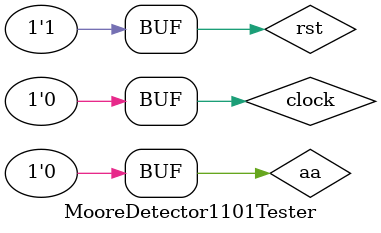
<source format=v>
`timescale 1ns/100ps

module MooreDetector1101Tester;
  
  reg aa, clock, rst;
  wire ww;
  
  MooreDetector1101 UUT (aa, clock, rst, ww);
  
  initial begin
    aa = 0; clock = 0; rst = 1;
  end
  
  initial repeat (47) #7 clock = ~clock;
  initial repeat (15) #23 aa = ~aa;
  initial begin
    #31 rst = 1;
    #23 rst = 0;
  end
  
  always @(ww) if (ww == 1)
    $display ("A 1 was detected on w at time = %t", $time);
    
endmodule
</source>
